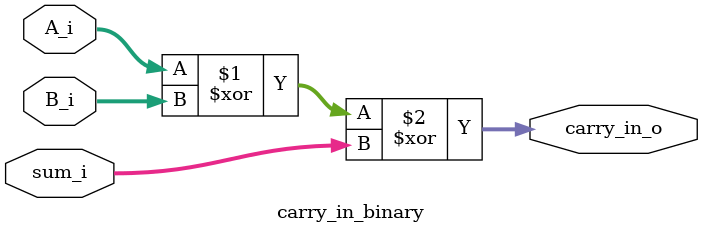
<source format=sv>
module carry_in_binary #(
	parameter WORD_WIDTH = 0
) (
	input wire [WORD_WIDTH-1:0] A_i,
	input wire [WORD_WIDTH-1:0] B_i,
	input wire [WORD_WIDTH-1:0] sum_i,
	output wire [WORD_WIDTH-1:0] carry_in_o
);
	
	assign carry_in_o = A_i ^ B_i ^ sum_i;

endmodule
</source>
